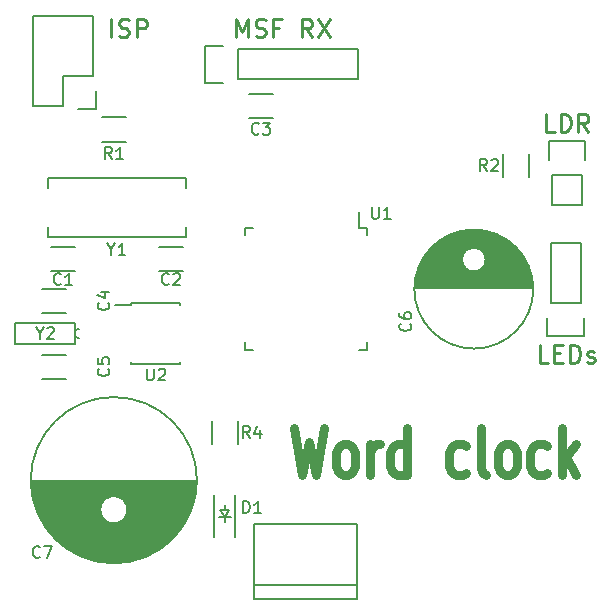
<source format=gbr>
G04 #@! TF.FileFunction,Legend,Top*
%FSLAX46Y46*%
G04 Gerber Fmt 4.6, Leading zero omitted, Abs format (unit mm)*
G04 Created by KiCad (PCBNEW 4.0.1-stable) date 02/05/2016 15:08:14*
%MOMM*%
G01*
G04 APERTURE LIST*
%ADD10C,0.100000*%
%ADD11C,0.250000*%
%ADD12C,0.750000*%
%ADD13C,0.150000*%
G04 APERTURE END LIST*
D10*
D11*
X146062286Y-91708571D02*
X145348000Y-91708571D01*
X145348000Y-90208571D01*
X146562286Y-91708571D02*
X146562286Y-90208571D01*
X146919429Y-90208571D01*
X147133714Y-90280000D01*
X147276572Y-90422857D01*
X147348000Y-90565714D01*
X147419429Y-90851429D01*
X147419429Y-91065714D01*
X147348000Y-91351429D01*
X147276572Y-91494286D01*
X147133714Y-91637143D01*
X146919429Y-91708571D01*
X146562286Y-91708571D01*
X148919429Y-91708571D02*
X148419429Y-90994286D01*
X148062286Y-91708571D02*
X148062286Y-90208571D01*
X148633714Y-90208571D01*
X148776572Y-90280000D01*
X148848000Y-90351429D01*
X148919429Y-90494286D01*
X148919429Y-90708571D01*
X148848000Y-90851429D01*
X148776572Y-90922857D01*
X148633714Y-90994286D01*
X148062286Y-90994286D01*
X145526572Y-111266571D02*
X144812286Y-111266571D01*
X144812286Y-109766571D01*
X146026572Y-110480857D02*
X146526572Y-110480857D01*
X146740858Y-111266571D02*
X146026572Y-111266571D01*
X146026572Y-109766571D01*
X146740858Y-109766571D01*
X147383715Y-111266571D02*
X147383715Y-109766571D01*
X147740858Y-109766571D01*
X147955143Y-109838000D01*
X148098001Y-109980857D01*
X148169429Y-110123714D01*
X148240858Y-110409429D01*
X148240858Y-110623714D01*
X148169429Y-110909429D01*
X148098001Y-111052286D01*
X147955143Y-111195143D01*
X147740858Y-111266571D01*
X147383715Y-111266571D01*
X148812286Y-111195143D02*
X148955143Y-111266571D01*
X149240858Y-111266571D01*
X149383715Y-111195143D01*
X149455143Y-111052286D01*
X149455143Y-110980857D01*
X149383715Y-110838000D01*
X149240858Y-110766571D01*
X149026572Y-110766571D01*
X148883715Y-110695143D01*
X148812286Y-110552286D01*
X148812286Y-110480857D01*
X148883715Y-110338000D01*
X149026572Y-110266571D01*
X149240858Y-110266571D01*
X149383715Y-110338000D01*
X108535715Y-83678571D02*
X108535715Y-82178571D01*
X109178572Y-83607143D02*
X109392858Y-83678571D01*
X109750001Y-83678571D01*
X109892858Y-83607143D01*
X109964287Y-83535714D01*
X110035715Y-83392857D01*
X110035715Y-83250000D01*
X109964287Y-83107143D01*
X109892858Y-83035714D01*
X109750001Y-82964286D01*
X109464287Y-82892857D01*
X109321429Y-82821429D01*
X109250001Y-82750000D01*
X109178572Y-82607143D01*
X109178572Y-82464286D01*
X109250001Y-82321429D01*
X109321429Y-82250000D01*
X109464287Y-82178571D01*
X109821429Y-82178571D01*
X110035715Y-82250000D01*
X110678572Y-83678571D02*
X110678572Y-82178571D01*
X111250000Y-82178571D01*
X111392858Y-82250000D01*
X111464286Y-82321429D01*
X111535715Y-82464286D01*
X111535715Y-82678571D01*
X111464286Y-82821429D01*
X111392858Y-82892857D01*
X111250000Y-82964286D01*
X110678572Y-82964286D01*
X119107144Y-83678571D02*
X119107144Y-82178571D01*
X119607144Y-83250000D01*
X120107144Y-82178571D01*
X120107144Y-83678571D01*
X120750001Y-83607143D02*
X120964287Y-83678571D01*
X121321430Y-83678571D01*
X121464287Y-83607143D01*
X121535716Y-83535714D01*
X121607144Y-83392857D01*
X121607144Y-83250000D01*
X121535716Y-83107143D01*
X121464287Y-83035714D01*
X121321430Y-82964286D01*
X121035716Y-82892857D01*
X120892858Y-82821429D01*
X120821430Y-82750000D01*
X120750001Y-82607143D01*
X120750001Y-82464286D01*
X120821430Y-82321429D01*
X120892858Y-82250000D01*
X121035716Y-82178571D01*
X121392858Y-82178571D01*
X121607144Y-82250000D01*
X122750001Y-82892857D02*
X122250001Y-82892857D01*
X122250001Y-83678571D02*
X122250001Y-82178571D01*
X122964287Y-82178571D01*
X125535715Y-83678571D02*
X125035715Y-82964286D01*
X124678572Y-83678571D02*
X124678572Y-82178571D01*
X125250000Y-82178571D01*
X125392858Y-82250000D01*
X125464286Y-82321429D01*
X125535715Y-82464286D01*
X125535715Y-82678571D01*
X125464286Y-82821429D01*
X125392858Y-82892857D01*
X125250000Y-82964286D01*
X124678572Y-82964286D01*
X126035715Y-82178571D02*
X127035715Y-83678571D01*
X127035715Y-82178571D02*
X126035715Y-83678571D01*
D12*
X123999999Y-116809524D02*
X124714285Y-120809524D01*
X125285714Y-117952381D01*
X125857142Y-120809524D01*
X126571428Y-116809524D01*
X128142856Y-120809524D02*
X127857142Y-120619048D01*
X127714285Y-120428571D01*
X127571428Y-120047619D01*
X127571428Y-118904762D01*
X127714285Y-118523810D01*
X127857142Y-118333333D01*
X128142856Y-118142857D01*
X128571428Y-118142857D01*
X128857142Y-118333333D01*
X128999999Y-118523810D01*
X129142856Y-118904762D01*
X129142856Y-120047619D01*
X128999999Y-120428571D01*
X128857142Y-120619048D01*
X128571428Y-120809524D01*
X128142856Y-120809524D01*
X130428571Y-120809524D02*
X130428571Y-118142857D01*
X130428571Y-118904762D02*
X130571428Y-118523810D01*
X130714285Y-118333333D01*
X130999999Y-118142857D01*
X131285714Y-118142857D01*
X133571428Y-120809524D02*
X133571428Y-116809524D01*
X133571428Y-120619048D02*
X133285714Y-120809524D01*
X132714285Y-120809524D01*
X132428571Y-120619048D01*
X132285714Y-120428571D01*
X132142857Y-120047619D01*
X132142857Y-118904762D01*
X132285714Y-118523810D01*
X132428571Y-118333333D01*
X132714285Y-118142857D01*
X133285714Y-118142857D01*
X133571428Y-118333333D01*
X138571428Y-120619048D02*
X138285714Y-120809524D01*
X137714285Y-120809524D01*
X137428571Y-120619048D01*
X137285714Y-120428571D01*
X137142857Y-120047619D01*
X137142857Y-118904762D01*
X137285714Y-118523810D01*
X137428571Y-118333333D01*
X137714285Y-118142857D01*
X138285714Y-118142857D01*
X138571428Y-118333333D01*
X140285714Y-120809524D02*
X140000000Y-120619048D01*
X139857143Y-120238095D01*
X139857143Y-116809524D01*
X141857143Y-120809524D02*
X141571429Y-120619048D01*
X141428572Y-120428571D01*
X141285715Y-120047619D01*
X141285715Y-118904762D01*
X141428572Y-118523810D01*
X141571429Y-118333333D01*
X141857143Y-118142857D01*
X142285715Y-118142857D01*
X142571429Y-118333333D01*
X142714286Y-118523810D01*
X142857143Y-118904762D01*
X142857143Y-120047619D01*
X142714286Y-120428571D01*
X142571429Y-120619048D01*
X142285715Y-120809524D01*
X141857143Y-120809524D01*
X145428572Y-120619048D02*
X145142858Y-120809524D01*
X144571429Y-120809524D01*
X144285715Y-120619048D01*
X144142858Y-120428571D01*
X144000001Y-120047619D01*
X144000001Y-118904762D01*
X144142858Y-118523810D01*
X144285715Y-118333333D01*
X144571429Y-118142857D01*
X145142858Y-118142857D01*
X145428572Y-118333333D01*
X146714287Y-120809524D02*
X146714287Y-116809524D01*
X147000001Y-119285714D02*
X147857144Y-120809524D01*
X147857144Y-118142857D02*
X146714287Y-119666667D01*
D13*
X130175000Y-99825000D02*
X129500000Y-99825000D01*
X130175000Y-110175000D02*
X129500000Y-110175000D01*
X119825000Y-110175000D02*
X120500000Y-110175000D01*
X119825000Y-99825000D02*
X120500000Y-99825000D01*
X130175000Y-99825000D02*
X130175000Y-100500000D01*
X119825000Y-99825000D02*
X119825000Y-100500000D01*
X119825000Y-110175000D02*
X119825000Y-109500000D01*
X130175000Y-110175000D02*
X130175000Y-109500000D01*
X129500000Y-99825000D02*
X129500000Y-98550000D01*
X115744000Y-121291000D02*
X101744000Y-121291000D01*
X115741000Y-121431000D02*
X101747000Y-121431000D01*
X115735000Y-121571000D02*
X101753000Y-121571000D01*
X115726000Y-121711000D02*
X101762000Y-121711000D01*
X115715000Y-121851000D02*
X101773000Y-121851000D01*
X115701000Y-121991000D02*
X101787000Y-121991000D01*
X115684000Y-122131000D02*
X101804000Y-122131000D01*
X115664000Y-122271000D02*
X101824000Y-122271000D01*
X115641000Y-122411000D02*
X101847000Y-122411000D01*
X115616000Y-122551000D02*
X101872000Y-122551000D01*
X115587000Y-122691000D02*
X109265000Y-122691000D01*
X108223000Y-122691000D02*
X101901000Y-122691000D01*
X115555000Y-122831000D02*
X109478000Y-122831000D01*
X108010000Y-122831000D02*
X101933000Y-122831000D01*
X115520000Y-122971000D02*
X109620000Y-122971000D01*
X107868000Y-122971000D02*
X101968000Y-122971000D01*
X115483000Y-123111000D02*
X109722000Y-123111000D01*
X107766000Y-123111000D02*
X102005000Y-123111000D01*
X115442000Y-123251000D02*
X109796000Y-123251000D01*
X107692000Y-123251000D02*
X102046000Y-123251000D01*
X115398000Y-123391000D02*
X109847000Y-123391000D01*
X107641000Y-123391000D02*
X102090000Y-123391000D01*
X115350000Y-123531000D02*
X109879000Y-123531000D01*
X107609000Y-123531000D02*
X102138000Y-123531000D01*
X115299000Y-123671000D02*
X109893000Y-123671000D01*
X107595000Y-123671000D02*
X102189000Y-123671000D01*
X115245000Y-123811000D02*
X109890000Y-123811000D01*
X107598000Y-123811000D02*
X102243000Y-123811000D01*
X115188000Y-123951000D02*
X109870000Y-123951000D01*
X107618000Y-123951000D02*
X102300000Y-123951000D01*
X115126000Y-124091000D02*
X109831000Y-124091000D01*
X107657000Y-124091000D02*
X102362000Y-124091000D01*
X115061000Y-124231000D02*
X109772000Y-124231000D01*
X107716000Y-124231000D02*
X102427000Y-124231000D01*
X114993000Y-124371000D02*
X109689000Y-124371000D01*
X107799000Y-124371000D02*
X102495000Y-124371000D01*
X114920000Y-124511000D02*
X109575000Y-124511000D01*
X107913000Y-124511000D02*
X102568000Y-124511000D01*
X114843000Y-124651000D02*
X109414000Y-124651000D01*
X108074000Y-124651000D02*
X102645000Y-124651000D01*
X114762000Y-124791000D02*
X109153000Y-124791000D01*
X108335000Y-124791000D02*
X102726000Y-124791000D01*
X114677000Y-124931000D02*
X102811000Y-124931000D01*
X114587000Y-125071000D02*
X102901000Y-125071000D01*
X114492000Y-125211000D02*
X102996000Y-125211000D01*
X114392000Y-125351000D02*
X103096000Y-125351000D01*
X114287000Y-125491000D02*
X103201000Y-125491000D01*
X114176000Y-125631000D02*
X103312000Y-125631000D01*
X114059000Y-125771000D02*
X103429000Y-125771000D01*
X113936000Y-125911000D02*
X103552000Y-125911000D01*
X113806000Y-126051000D02*
X103682000Y-126051000D01*
X113668000Y-126191000D02*
X103820000Y-126191000D01*
X113523000Y-126331000D02*
X103965000Y-126331000D01*
X113368000Y-126471000D02*
X104120000Y-126471000D01*
X113204000Y-126611000D02*
X104284000Y-126611000D01*
X113029000Y-126751000D02*
X104459000Y-126751000D01*
X112842000Y-126891000D02*
X104646000Y-126891000D01*
X112641000Y-127031000D02*
X104847000Y-127031000D01*
X112423000Y-127171000D02*
X105065000Y-127171000D01*
X112187000Y-127311000D02*
X105301000Y-127311000D01*
X111926000Y-127451000D02*
X105562000Y-127451000D01*
X111635000Y-127591000D02*
X105853000Y-127591000D01*
X111304000Y-127731000D02*
X106184000Y-127731000D01*
X110914000Y-127871000D02*
X106574000Y-127871000D01*
X110426000Y-128011000D02*
X107062000Y-128011000D01*
X109696000Y-128151000D02*
X107792000Y-128151000D01*
X109894000Y-123716000D02*
G75*
G03X109894000Y-123716000I-1150000J0D01*
G01*
X115781500Y-121216000D02*
G75*
G03X115781500Y-121216000I-7037500J0D01*
G01*
X118000000Y-87550000D02*
X116450000Y-87550000D01*
X116450000Y-87550000D02*
X116450000Y-84450000D01*
X116450000Y-84450000D02*
X118000000Y-84450000D01*
X119270000Y-84730000D02*
X129430000Y-84730000D01*
X129430000Y-84730000D02*
X129430000Y-87270000D01*
X129430000Y-87270000D02*
X119270000Y-87270000D01*
X119270000Y-84730000D02*
X119270000Y-87270000D01*
X103426000Y-103485000D02*
X105426000Y-103485000D01*
X105426000Y-101435000D02*
X103426000Y-101435000D01*
X114570000Y-101435000D02*
X112570000Y-101435000D01*
X112570000Y-103485000D02*
X114570000Y-103485000D01*
X122190000Y-88481000D02*
X120190000Y-88481000D01*
X120190000Y-90531000D02*
X122190000Y-90531000D01*
X106966000Y-86966000D02*
X106966000Y-81886000D01*
X107246000Y-89786000D02*
X105696000Y-89786000D01*
X104426000Y-89506000D02*
X104426000Y-86966000D01*
X104426000Y-86966000D02*
X106966000Y-86966000D01*
X106966000Y-81886000D02*
X101886000Y-81886000D01*
X101886000Y-81886000D02*
X101886000Y-86966000D01*
X107246000Y-89786000D02*
X107246000Y-88236000D01*
X101886000Y-89506000D02*
X104426000Y-89506000D01*
X101886000Y-86966000D02*
X101886000Y-89506000D01*
X120649100Y-131317460D02*
X129349100Y-131317460D01*
X120649100Y-124912460D02*
X129349100Y-124912460D01*
X129349100Y-124912460D02*
X129349100Y-131317460D01*
X129349100Y-130087460D02*
X120649100Y-130087460D01*
X120649100Y-131317460D02*
X120649100Y-124912460D01*
X109744000Y-92613000D02*
X107744000Y-92613000D01*
X107744000Y-90463000D02*
X109744000Y-90463000D01*
X103148380Y-100641360D02*
X114847620Y-100641360D01*
X114847620Y-95642640D02*
X103148380Y-95642640D01*
X114847620Y-100641360D02*
X114847620Y-99793000D01*
X114847620Y-95642640D02*
X114847620Y-96491000D01*
X103148380Y-100641360D02*
X103148380Y-99793000D01*
X103148380Y-95642640D02*
X103148380Y-96491000D01*
X148270000Y-106230000D02*
X148270000Y-101150000D01*
X148270000Y-101150000D02*
X145730000Y-101150000D01*
X145730000Y-101150000D02*
X145730000Y-106230000D01*
X145450000Y-109050000D02*
X145450000Y-107500000D01*
X145730000Y-106230000D02*
X148270000Y-106230000D01*
X148550000Y-107500000D02*
X148550000Y-109050000D01*
X148550000Y-109050000D02*
X145450000Y-109050000D01*
X102664000Y-107041000D02*
X104664000Y-107041000D01*
X104664000Y-104991000D02*
X102664000Y-104991000D01*
X102664000Y-112629000D02*
X104664000Y-112629000D01*
X104664000Y-110579000D02*
X102664000Y-110579000D01*
X110225000Y-106235000D02*
X110225000Y-106380000D01*
X114375000Y-106235000D02*
X114375000Y-106380000D01*
X114375000Y-111385000D02*
X114375000Y-111240000D01*
X110225000Y-111385000D02*
X110225000Y-111240000D01*
X110225000Y-106235000D02*
X114375000Y-106235000D01*
X110225000Y-111385000D02*
X114375000Y-111385000D01*
X110225000Y-106380000D02*
X108825000Y-106380000D01*
X105462320Y-109109720D02*
X105762040Y-109208780D01*
X105462320Y-108510280D02*
X105762040Y-108411220D01*
X105462320Y-107910840D02*
X100412800Y-107910840D01*
X100412800Y-107910840D02*
X100412800Y-109709160D01*
X100412800Y-109709160D02*
X105462320Y-109709160D01*
X105462320Y-107910840D02*
X105462320Y-109709160D01*
X134225000Y-104965000D02*
X144223000Y-104965000D01*
X134229000Y-104825000D02*
X144219000Y-104825000D01*
X134237000Y-104685000D02*
X144211000Y-104685000D01*
X134249000Y-104545000D02*
X144199000Y-104545000D01*
X134264000Y-104405000D02*
X144184000Y-104405000D01*
X134284000Y-104265000D02*
X144164000Y-104265000D01*
X134308000Y-104125000D02*
X144140000Y-104125000D01*
X134337000Y-103985000D02*
X144111000Y-103985000D01*
X134369000Y-103845000D02*
X144079000Y-103845000D01*
X134406000Y-103705000D02*
X144042000Y-103705000D01*
X134447000Y-103565000D02*
X144001000Y-103565000D01*
X134492000Y-103425000D02*
X138758000Y-103425000D01*
X139690000Y-103425000D02*
X143956000Y-103425000D01*
X134542000Y-103285000D02*
X138557000Y-103285000D01*
X139891000Y-103285000D02*
X143906000Y-103285000D01*
X134597000Y-103145000D02*
X138428000Y-103145000D01*
X140020000Y-103145000D02*
X143851000Y-103145000D01*
X134657000Y-103005000D02*
X138339000Y-103005000D01*
X140109000Y-103005000D02*
X143791000Y-103005000D01*
X134722000Y-102865000D02*
X138278000Y-102865000D01*
X140170000Y-102865000D02*
X143726000Y-102865000D01*
X134792000Y-102725000D02*
X138241000Y-102725000D01*
X140207000Y-102725000D02*
X143656000Y-102725000D01*
X134868000Y-102585000D02*
X138225000Y-102585000D01*
X140223000Y-102585000D02*
X143580000Y-102585000D01*
X134950000Y-102445000D02*
X138229000Y-102445000D01*
X140219000Y-102445000D02*
X143498000Y-102445000D01*
X135038000Y-102305000D02*
X138252000Y-102305000D01*
X140196000Y-102305000D02*
X143410000Y-102305000D01*
X135133000Y-102165000D02*
X138297000Y-102165000D01*
X140151000Y-102165000D02*
X143315000Y-102165000D01*
X135235000Y-102025000D02*
X138367000Y-102025000D01*
X140081000Y-102025000D02*
X143213000Y-102025000D01*
X135345000Y-101885000D02*
X138468000Y-101885000D01*
X139980000Y-101885000D02*
X143103000Y-101885000D01*
X135463000Y-101745000D02*
X138617000Y-101745000D01*
X139831000Y-101745000D02*
X142985000Y-101745000D01*
X135591000Y-101605000D02*
X138869000Y-101605000D01*
X139579000Y-101605000D02*
X142857000Y-101605000D01*
X135728000Y-101465000D02*
X142720000Y-101465000D01*
X135878000Y-101325000D02*
X142570000Y-101325000D01*
X136040000Y-101185000D02*
X142408000Y-101185000D01*
X136217000Y-101045000D02*
X142231000Y-101045000D01*
X136413000Y-100905000D02*
X142035000Y-100905000D01*
X136631000Y-100765000D02*
X141817000Y-100765000D01*
X136877000Y-100625000D02*
X141571000Y-100625000D01*
X137162000Y-100485000D02*
X141286000Y-100485000D01*
X137504000Y-100345000D02*
X140944000Y-100345000D01*
X137950000Y-100205000D02*
X140498000Y-100205000D01*
X138725000Y-100065000D02*
X139723000Y-100065000D01*
X140224000Y-102540000D02*
G75*
G03X140224000Y-102540000I-1000000J0D01*
G01*
X144261500Y-105040000D02*
G75*
G03X144261500Y-105040000I-5037500J0D01*
G01*
X118142000Y-123732500D02*
X118142000Y-123351500D01*
X118142000Y-124748500D02*
X118142000Y-124367500D01*
X118142000Y-124367500D02*
X117761000Y-123732500D01*
X117761000Y-123732500D02*
X118523000Y-123732500D01*
X118523000Y-123732500D02*
X118142000Y-124367500D01*
X117634000Y-124367500D02*
X118650000Y-124367500D01*
X119042000Y-126050000D02*
X119042000Y-122510000D01*
X117242000Y-126050000D02*
X117242000Y-122510000D01*
X117067000Y-118192000D02*
X117067000Y-116192000D01*
X119217000Y-116192000D02*
X119217000Y-118192000D01*
X148368000Y-95348000D02*
X148368000Y-97888000D01*
X148648000Y-92528000D02*
X148648000Y-94078000D01*
X148368000Y-95348000D02*
X145828000Y-95348000D01*
X145548000Y-94078000D02*
X145548000Y-92528000D01*
X145548000Y-92528000D02*
X148648000Y-92528000D01*
X145828000Y-95348000D02*
X145828000Y-97888000D01*
X145828000Y-97888000D02*
X148368000Y-97888000D01*
X143855000Y-93586000D02*
X143855000Y-95586000D01*
X141705000Y-95586000D02*
X141705000Y-93586000D01*
X130602056Y-98088420D02*
X130602056Y-98897944D01*
X130649675Y-98993182D01*
X130697294Y-99040801D01*
X130792532Y-99088420D01*
X130983009Y-99088420D01*
X131078247Y-99040801D01*
X131125866Y-98993182D01*
X131173485Y-98897944D01*
X131173485Y-98088420D01*
X132173485Y-99088420D02*
X131602056Y-99088420D01*
X131887770Y-99088420D02*
X131887770Y-98088420D01*
X131792532Y-98231277D01*
X131697294Y-98326515D01*
X131602056Y-98374134D01*
X102481334Y-127709143D02*
X102433715Y-127756762D01*
X102290858Y-127804381D01*
X102195620Y-127804381D01*
X102052762Y-127756762D01*
X101957524Y-127661524D01*
X101909905Y-127566286D01*
X101862286Y-127375810D01*
X101862286Y-127232952D01*
X101909905Y-127042476D01*
X101957524Y-126947238D01*
X102052762Y-126852000D01*
X102195620Y-126804381D01*
X102290858Y-126804381D01*
X102433715Y-126852000D01*
X102481334Y-126899619D01*
X102814667Y-126804381D02*
X103481334Y-126804381D01*
X103052762Y-127804381D01*
X104259334Y-104595143D02*
X104211715Y-104642762D01*
X104068858Y-104690381D01*
X103973620Y-104690381D01*
X103830762Y-104642762D01*
X103735524Y-104547524D01*
X103687905Y-104452286D01*
X103640286Y-104261810D01*
X103640286Y-104118952D01*
X103687905Y-103928476D01*
X103735524Y-103833238D01*
X103830762Y-103738000D01*
X103973620Y-103690381D01*
X104068858Y-103690381D01*
X104211715Y-103738000D01*
X104259334Y-103785619D01*
X105211715Y-104690381D02*
X104640286Y-104690381D01*
X104926000Y-104690381D02*
X104926000Y-103690381D01*
X104830762Y-103833238D01*
X104735524Y-103928476D01*
X104640286Y-103976095D01*
X113403334Y-104595143D02*
X113355715Y-104642762D01*
X113212858Y-104690381D01*
X113117620Y-104690381D01*
X112974762Y-104642762D01*
X112879524Y-104547524D01*
X112831905Y-104452286D01*
X112784286Y-104261810D01*
X112784286Y-104118952D01*
X112831905Y-103928476D01*
X112879524Y-103833238D01*
X112974762Y-103738000D01*
X113117620Y-103690381D01*
X113212858Y-103690381D01*
X113355715Y-103738000D01*
X113403334Y-103785619D01*
X113784286Y-103785619D02*
X113831905Y-103738000D01*
X113927143Y-103690381D01*
X114165239Y-103690381D01*
X114260477Y-103738000D01*
X114308096Y-103785619D01*
X114355715Y-103880857D01*
X114355715Y-103976095D01*
X114308096Y-104118952D01*
X113736667Y-104690381D01*
X114355715Y-104690381D01*
X121023334Y-91863143D02*
X120975715Y-91910762D01*
X120832858Y-91958381D01*
X120737620Y-91958381D01*
X120594762Y-91910762D01*
X120499524Y-91815524D01*
X120451905Y-91720286D01*
X120404286Y-91529810D01*
X120404286Y-91386952D01*
X120451905Y-91196476D01*
X120499524Y-91101238D01*
X120594762Y-91006000D01*
X120737620Y-90958381D01*
X120832858Y-90958381D01*
X120975715Y-91006000D01*
X121023334Y-91053619D01*
X121356667Y-90958381D02*
X121975715Y-90958381D01*
X121642381Y-91339333D01*
X121785239Y-91339333D01*
X121880477Y-91386952D01*
X121928096Y-91434571D01*
X121975715Y-91529810D01*
X121975715Y-91767905D01*
X121928096Y-91863143D01*
X121880477Y-91910762D01*
X121785239Y-91958381D01*
X121499524Y-91958381D01*
X121404286Y-91910762D01*
X121356667Y-91863143D01*
X108577334Y-94022381D02*
X108244000Y-93546190D01*
X108005905Y-94022381D02*
X108005905Y-93022381D01*
X108386858Y-93022381D01*
X108482096Y-93070000D01*
X108529715Y-93117619D01*
X108577334Y-93212857D01*
X108577334Y-93355714D01*
X108529715Y-93450952D01*
X108482096Y-93498571D01*
X108386858Y-93546190D01*
X108005905Y-93546190D01*
X109529715Y-94022381D02*
X108958286Y-94022381D01*
X109244000Y-94022381D02*
X109244000Y-93022381D01*
X109148762Y-93165238D01*
X109053524Y-93260476D01*
X108958286Y-93308095D01*
X108521809Y-101674190D02*
X108521809Y-102150381D01*
X108188476Y-101150381D02*
X108521809Y-101674190D01*
X108855143Y-101150381D01*
X109712286Y-102150381D02*
X109140857Y-102150381D01*
X109426571Y-102150381D02*
X109426571Y-101150381D01*
X109331333Y-101293238D01*
X109236095Y-101388476D01*
X109140857Y-101436095D01*
X108271143Y-106182666D02*
X108318762Y-106230285D01*
X108366381Y-106373142D01*
X108366381Y-106468380D01*
X108318762Y-106611238D01*
X108223524Y-106706476D01*
X108128286Y-106754095D01*
X107937810Y-106801714D01*
X107794952Y-106801714D01*
X107604476Y-106754095D01*
X107509238Y-106706476D01*
X107414000Y-106611238D01*
X107366381Y-106468380D01*
X107366381Y-106373142D01*
X107414000Y-106230285D01*
X107461619Y-106182666D01*
X107699714Y-105325523D02*
X108366381Y-105325523D01*
X107318762Y-105563619D02*
X108033048Y-105801714D01*
X108033048Y-105182666D01*
X108271143Y-111770666D02*
X108318762Y-111818285D01*
X108366381Y-111961142D01*
X108366381Y-112056380D01*
X108318762Y-112199238D01*
X108223524Y-112294476D01*
X108128286Y-112342095D01*
X107937810Y-112389714D01*
X107794952Y-112389714D01*
X107604476Y-112342095D01*
X107509238Y-112294476D01*
X107414000Y-112199238D01*
X107366381Y-112056380D01*
X107366381Y-111961142D01*
X107414000Y-111818285D01*
X107461619Y-111770666D01*
X107366381Y-110865904D02*
X107366381Y-111342095D01*
X107842571Y-111389714D01*
X107794952Y-111342095D01*
X107747333Y-111246857D01*
X107747333Y-111008761D01*
X107794952Y-110913523D01*
X107842571Y-110865904D01*
X107937810Y-110818285D01*
X108175905Y-110818285D01*
X108271143Y-110865904D01*
X108318762Y-110913523D01*
X108366381Y-111008761D01*
X108366381Y-111246857D01*
X108318762Y-111342095D01*
X108271143Y-111389714D01*
X111538095Y-111762381D02*
X111538095Y-112571905D01*
X111585714Y-112667143D01*
X111633333Y-112714762D01*
X111728571Y-112762381D01*
X111919048Y-112762381D01*
X112014286Y-112714762D01*
X112061905Y-112667143D01*
X112109524Y-112571905D01*
X112109524Y-111762381D01*
X112538095Y-111857619D02*
X112585714Y-111810000D01*
X112680952Y-111762381D01*
X112919048Y-111762381D01*
X113014286Y-111810000D01*
X113061905Y-111857619D01*
X113109524Y-111952857D01*
X113109524Y-112048095D01*
X113061905Y-112190952D01*
X112490476Y-112762381D01*
X113109524Y-112762381D01*
X102485809Y-108786190D02*
X102485809Y-109262381D01*
X102152476Y-108262381D02*
X102485809Y-108786190D01*
X102819143Y-108262381D01*
X103104857Y-108357619D02*
X103152476Y-108310000D01*
X103247714Y-108262381D01*
X103485810Y-108262381D01*
X103581048Y-108310000D01*
X103628667Y-108357619D01*
X103676286Y-108452857D01*
X103676286Y-108548095D01*
X103628667Y-108690952D01*
X103057238Y-109262381D01*
X103676286Y-109262381D01*
X133831143Y-107956666D02*
X133878762Y-108004285D01*
X133926381Y-108147142D01*
X133926381Y-108242380D01*
X133878762Y-108385238D01*
X133783524Y-108480476D01*
X133688286Y-108528095D01*
X133497810Y-108575714D01*
X133354952Y-108575714D01*
X133164476Y-108528095D01*
X133069238Y-108480476D01*
X132974000Y-108385238D01*
X132926381Y-108242380D01*
X132926381Y-108147142D01*
X132974000Y-108004285D01*
X133021619Y-107956666D01*
X132926381Y-107099523D02*
X132926381Y-107290000D01*
X132974000Y-107385238D01*
X133021619Y-107432857D01*
X133164476Y-107528095D01*
X133354952Y-107575714D01*
X133735905Y-107575714D01*
X133831143Y-107528095D01*
X133878762Y-107480476D01*
X133926381Y-107385238D01*
X133926381Y-107194761D01*
X133878762Y-107099523D01*
X133831143Y-107051904D01*
X133735905Y-107004285D01*
X133497810Y-107004285D01*
X133402571Y-107051904D01*
X133354952Y-107099523D01*
X133307333Y-107194761D01*
X133307333Y-107385238D01*
X133354952Y-107480476D01*
X133402571Y-107528095D01*
X133497810Y-107575714D01*
X119689905Y-123994381D02*
X119689905Y-122994381D01*
X119928000Y-122994381D01*
X120070858Y-123042000D01*
X120166096Y-123137238D01*
X120213715Y-123232476D01*
X120261334Y-123422952D01*
X120261334Y-123565810D01*
X120213715Y-123756286D01*
X120166096Y-123851524D01*
X120070858Y-123946762D01*
X119928000Y-123994381D01*
X119689905Y-123994381D01*
X121213715Y-123994381D02*
X120642286Y-123994381D01*
X120928000Y-123994381D02*
X120928000Y-122994381D01*
X120832762Y-123137238D01*
X120737524Y-123232476D01*
X120642286Y-123280095D01*
X120261334Y-117644381D02*
X119928000Y-117168190D01*
X119689905Y-117644381D02*
X119689905Y-116644381D01*
X120070858Y-116644381D01*
X120166096Y-116692000D01*
X120213715Y-116739619D01*
X120261334Y-116834857D01*
X120261334Y-116977714D01*
X120213715Y-117072952D01*
X120166096Y-117120571D01*
X120070858Y-117168190D01*
X119689905Y-117168190D01*
X121118477Y-116977714D02*
X121118477Y-117644381D01*
X120880381Y-116596762D02*
X120642286Y-117311048D01*
X121261334Y-117311048D01*
X140327334Y-95038381D02*
X139994000Y-94562190D01*
X139755905Y-95038381D02*
X139755905Y-94038381D01*
X140136858Y-94038381D01*
X140232096Y-94086000D01*
X140279715Y-94133619D01*
X140327334Y-94228857D01*
X140327334Y-94371714D01*
X140279715Y-94466952D01*
X140232096Y-94514571D01*
X140136858Y-94562190D01*
X139755905Y-94562190D01*
X140708286Y-94133619D02*
X140755905Y-94086000D01*
X140851143Y-94038381D01*
X141089239Y-94038381D01*
X141184477Y-94086000D01*
X141232096Y-94133619D01*
X141279715Y-94228857D01*
X141279715Y-94324095D01*
X141232096Y-94466952D01*
X140660667Y-95038381D01*
X141279715Y-95038381D01*
M02*

</source>
